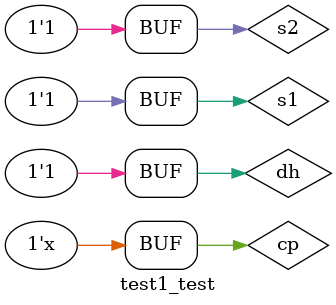
<source format=v>
module test1_test();
reg cp,s1,s2,dh;
wire qb11,qb12,qb13,qb14;

test1	t1(.cp(cp),.s1(s1),.s2(s2),.dh(dh),.qb11(qb11),.qb12(qb12),.qb13(qb13),.qb14(qb14));

initial
begin
//r=0;
cp=0;
s1=0;
s2=0;
dh=1;
#5 s2=1;
#140 s1=1;
end

always
begin
#10 cp=~cp;
end

/*always
begin
#16 r=~r;
end*/
endmodule 
</source>
